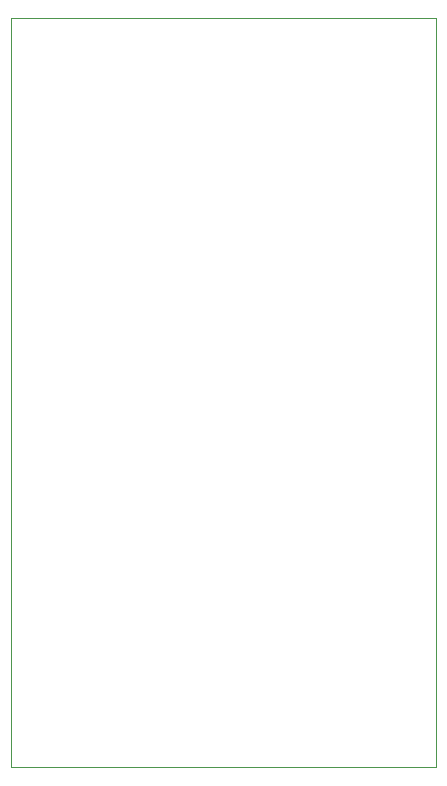
<source format=gbo>
%TF.GenerationSoftware,KiCad,Pcbnew,8.0.8*%
%TF.CreationDate,2025-05-01T15:14:52+05:30*%
%TF.ProjectId,smart_ringfinal,736d6172-745f-4726-996e-6766696e616c,rev?*%
%TF.SameCoordinates,Original*%
%TF.FileFunction,Legend,Bot*%
%TF.FilePolarity,Positive*%
%FSLAX46Y46*%
G04 Gerber Fmt 4.6, Leading zero omitted, Abs format (unit mm)*
G04 Created by KiCad (PCBNEW 8.0.8) date 2025-05-01 15:14:52*
%MOMM*%
%LPD*%
G01*
G04 APERTURE LIST*
G04 Aperture macros list*
%AMRoundRect*
0 Rectangle with rounded corners*
0 $1 Rounding radius*
0 $2 $3 $4 $5 $6 $7 $8 $9 X,Y pos of 4 corners*
0 Add a 4 corners polygon primitive as box body*
4,1,4,$2,$3,$4,$5,$6,$7,$8,$9,$2,$3,0*
0 Add four circle primitives for the rounded corners*
1,1,$1+$1,$2,$3*
1,1,$1+$1,$4,$5*
1,1,$1+$1,$6,$7*
1,1,$1+$1,$8,$9*
0 Add four rect primitives between the rounded corners*
20,1,$1+$1,$2,$3,$4,$5,0*
20,1,$1+$1,$4,$5,$6,$7,0*
20,1,$1+$1,$6,$7,$8,$9,0*
20,1,$1+$1,$8,$9,$2,$3,0*%
G04 Aperture macros list end*
%ADD10C,2.109000*%
%ADD11RoundRect,0.102000X-0.749000X-0.749000X0.749000X-0.749000X0.749000X0.749000X-0.749000X0.749000X0*%
%ADD12C,1.702000*%
%TA.AperFunction,Profile*%
%ADD13C,0.050000*%
%TD*%
G04 APERTURE END LIST*
%LPC*%
D10*
%TO.C,U1*%
X126950000Y-122025000D03*
X124410000Y-122025000D03*
X121870000Y-122025000D03*
X119330000Y-122025000D03*
X114250000Y-122025000D03*
X116790000Y-122025000D03*
X109170000Y-137265000D03*
X109170000Y-122025000D03*
X111710000Y-137265000D03*
X114250000Y-137265000D03*
X116790000Y-137265000D03*
X119330000Y-137265000D03*
X121870000Y-137265000D03*
X124410000Y-137265000D03*
X126950000Y-137265000D03*
X111710000Y-122025000D03*
%TD*%
D11*
%TO.C,S1*%
X133075000Y-126475000D03*
D12*
X133075000Y-130975000D03*
X139575000Y-126475000D03*
X139575000Y-130975000D03*
%TD*%
%LPD*%
D13*
X106045000Y-117030000D02*
X142065000Y-117030000D01*
X142065000Y-180405000D01*
X106045000Y-180405000D01*
X106045000Y-117030000D01*
M02*

</source>
